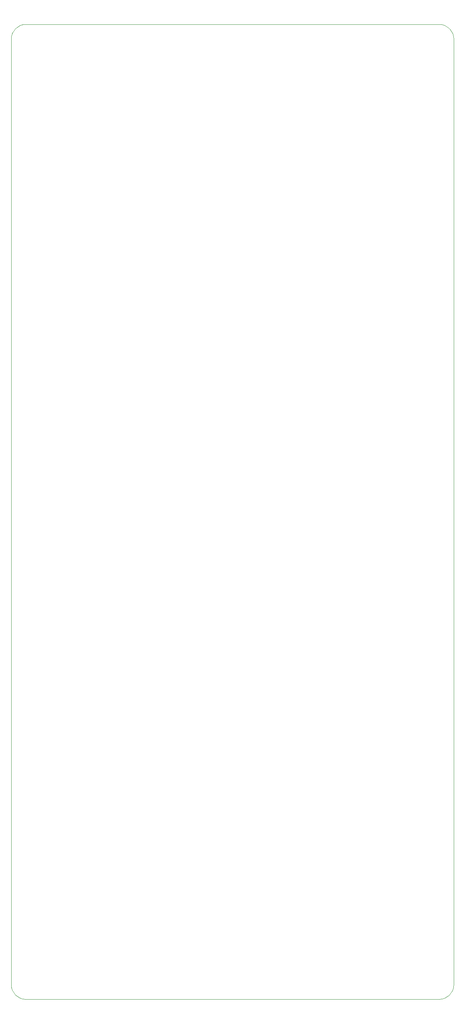
<source format=gbr>
%TF.GenerationSoftware,KiCad,Pcbnew,8.0.6*%
%TF.CreationDate,2025-01-01T18:14:05+00:00*%
%TF.ProjectId,srvant-mk2,73727661-6e74-42d6-9d6b-322e6b696361,rev?*%
%TF.SameCoordinates,Original*%
%TF.FileFunction,Profile,NP*%
%FSLAX46Y46*%
G04 Gerber Fmt 4.6, Leading zero omitted, Abs format (unit mm)*
G04 Created by KiCad (PCBNEW 8.0.6) date 2025-01-01 18:14:05*
%MOMM*%
%LPD*%
G01*
G04 APERTURE LIST*
%TA.AperFunction,Profile*%
%ADD10C,0.100000*%
%TD*%
G04 APERTURE END LIST*
D10*
X-116000000Y-219300000D02*
X-22600000Y-219300000D01*
X-19300000Y-216000000D02*
X-19300000Y-2600000D01*
X-116000000Y-219300000D02*
G75*
G02*
X-119300000Y-216000000I1J3300001D01*
G01*
X-22600000Y700000D02*
X-116000000Y700000D01*
X-22600000Y700000D02*
G75*
G02*
X-19300000Y-2600000I-1J-3300001D01*
G01*
X-19300000Y-216000000D02*
G75*
G02*
X-22600000Y-219300000I-3300001J1D01*
G01*
X-119300000Y-2600000D02*
X-119300000Y-216000000D01*
X-119300000Y-2600000D02*
G75*
G02*
X-116000000Y700000I3300001J-1D01*
G01*
M02*

</source>
